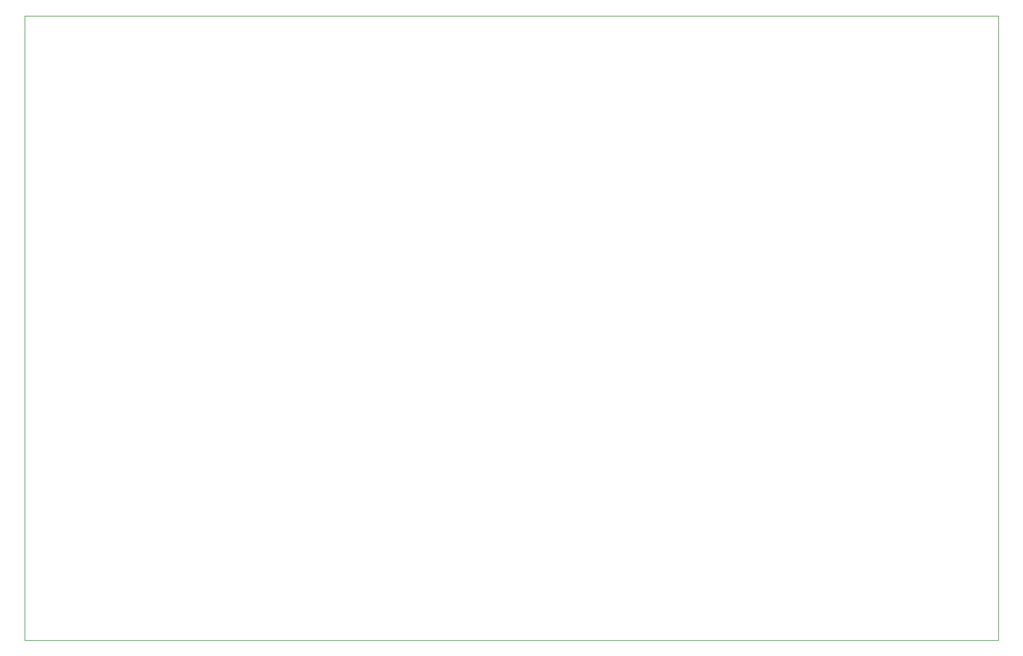
<source format=gbr>
%TF.GenerationSoftware,KiCad,Pcbnew,8.0.8*%
%TF.CreationDate,2025-02-13T11:47:36+09:00*%
%TF.ProjectId,GESC,47455343-2e6b-4696-9361-645f70636258,rev?*%
%TF.SameCoordinates,Original*%
%TF.FileFunction,Profile,NP*%
%FSLAX46Y46*%
G04 Gerber Fmt 4.6, Leading zero omitted, Abs format (unit mm)*
G04 Created by KiCad (PCBNEW 8.0.8) date 2025-02-13 11:47:36*
%MOMM*%
%LPD*%
G01*
G04 APERTURE LIST*
%TA.AperFunction,Profile*%
%ADD10C,0.050000*%
%TD*%
G04 APERTURE END LIST*
D10*
X32000000Y-12000000D02*
X172500000Y-12000000D01*
X172500000Y-102000000D01*
X32000000Y-102000000D01*
X32000000Y-12000000D01*
M02*

</source>
